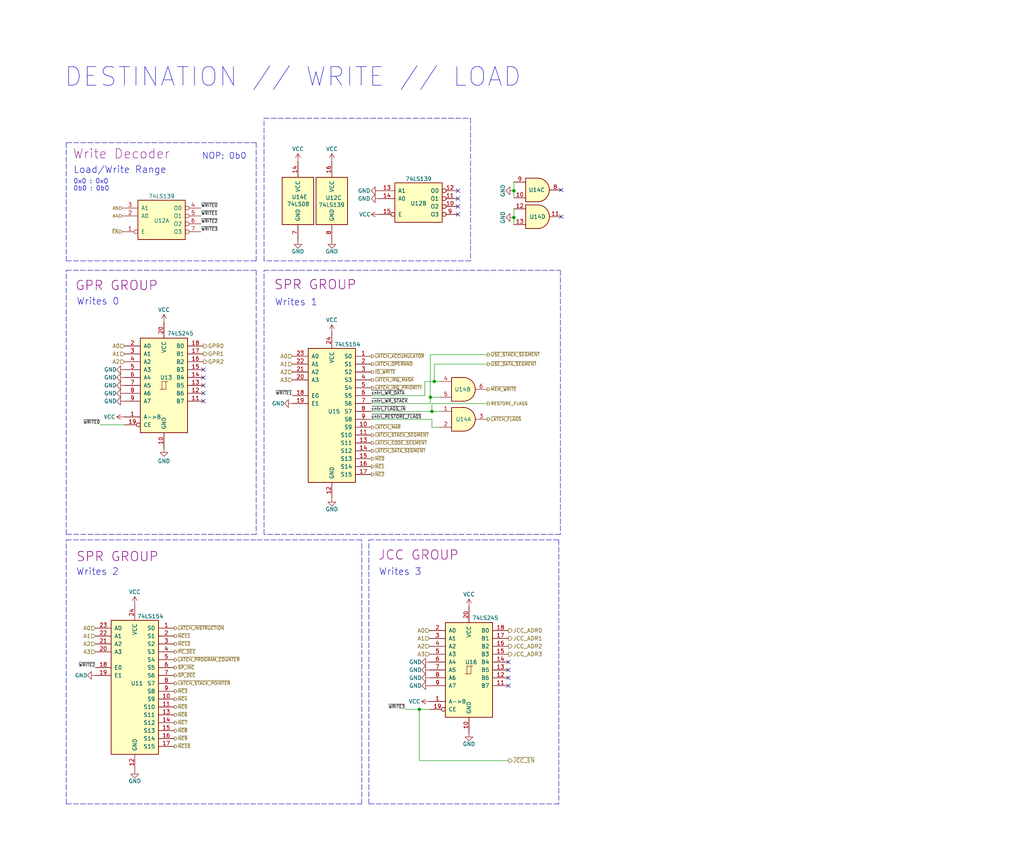
<source format=kicad_sch>
(kicad_sch (version 20211123) (generator eeschema)
  (paper "User" 329.997 279.4)
  (lib_symbols
    (symbol "74xx:74LS08" (pin_names (offset 1.016))
      (property "Reference" "U" (at 0 1.27 0))
      (property "Value" "74LS08" (at 0 -1.27 0))
      (symbol "74LS08_1_1"
        (arc (start 0 -3.81) (mid 3.81 0) (end 0 3.81) (stroke (width 0.254)) (fill (type background)))
        (polyline (pts (xy 0 3.81) (xy -3.81 3.81) (xy -3.81 -3.81) (xy 0 -3.81)) (stroke (width 0.254)) (fill (type background)))
        (pin input line (at -7.62 2.54 0) (length 3.81) (name "~") (number "1"))
        (pin input line (at -7.62 -2.54 0) (length 3.81) (name "~") (number "2"))
        (pin output line (at 7.62 0 180) (length 3.81) (name "~") (number "3"))
      )
      (symbol "74LS08_1_2"
        (arc (start -3.81 -3.81) (mid -2.589 0) (end -3.81 3.81) (stroke (width 0.254)))
        (arc (start -0.6096 -3.81) (mid 2.1855 -2.584) (end 3.81 0) (stroke (width 0.254)) (fill (type background)))
        (polyline (pts (xy -3.81 -3.81) (xy -0.635 -3.81)) (stroke (width 0.254)) (fill (type background)))
        (polyline (pts (xy -3.81 3.81) (xy -0.635 3.81)) (stroke (width 0.254)) (fill (type background)))
        (polyline (pts (xy -0.635 3.81) (xy -3.81 3.81) (xy -3.81 3.81) (xy -3.556 3.4036) (xy -3.0226 2.2606) (xy -2.6924 1.0414) (xy -2.6162 -0.254) (xy -2.7686 -1.4986) (xy -3.175 -2.7178) (xy -3.81 -3.81) (xy -3.81 -3.81) (xy -0.635 -3.81)) (stroke (width -25.4)) (fill (type background)))
        (arc (start 3.81 0) (mid 2.1928 2.5925) (end -0.6096 3.81) (stroke (width 0.254)) (fill (type background)))
        (pin input inverted (at -7.62 2.54 0) (length 4.318) (name "~") (number "1"))
        (pin input inverted (at -7.62 -2.54 0) (length 4.318) (name "~") (number "2"))
        (pin output inverted (at 7.62 0 180) (length 3.81) (name "~") (number "3"))
      )
      (symbol "74LS08_2_1"
        (arc (start 0 -3.81) (mid 3.81 0) (end 0 3.81) (stroke (width 0.254)) (fill (type background)))
        (polyline (pts (xy 0 3.81) (xy -3.81 3.81) (xy -3.81 -3.81) (xy 0 -3.81)) (stroke (width 0.254)) (fill (type background)))
        (pin input line (at -7.62 2.54 0) (length 3.81) (name "~") (number "4"))
        (pin input line (at -7.62 -2.54 0) (length 3.81) (name "~") (number "5"))
        (pin output line (at 7.62 0 180) (length 3.81) (name "~") (number "6"))
      )
      (symbol "74LS08_2_2"
        (arc (start -3.81 -3.81) (mid -2.589 0) (end -3.81 3.81) (stroke (width 0.254)))
        (arc (start -0.6096 -3.81) (mid 2.1855 -2.584) (end 3.81 0) (stroke (width 0.254)) (fill (type background)))
        (polyline (pts (xy -3.81 -3.81) (xy -0.635 -3.81)) (stroke (width 0.254)) (fill (type background)))
        (polyline (pts (xy -3.81 3.81) (xy -0.635 3.81)) (stroke (width 0.254)) (fill (type background)))
        (polyline (pts (xy -0.635 3.81) (xy -3.81 3.81) (xy -3.81 3.81) (xy -3.556 3.4036) (xy -3.0226 2.2606) (xy -2.6924 1.0414) (xy -2.6162 -0.254) (xy -2.7686 -1.4986) (xy -3.175 -2.7178) (xy -3.81 -3.81) (xy -3.81 -3.81) (xy -0.635 -3.81)) (stroke (width -25.4)) (fill (type background)))
        (arc (start 3.81 0) (mid 2.1928 2.5925) (end -0.6096 3.81) (stroke (width 0.254)) (fill (type background)))
        (pin input inverted (at -7.62 2.54 0) (length 4.318) (name "~") (number "4"))
        (pin input inverted (at -7.62 -2.54 0) (length 4.318) (name "~") (number "5"))
        (pin output inverted (at 7.62 0 180) (length 3.81) (name "~") (number "6"))
      )
      (symbol "74LS08_3_1"
        (arc (start 0 -3.81) (mid 3.81 0) (end 0 3.81) (stroke (width 0.254)) (fill (type background)))
        (polyline (pts (xy 0 3.81) (xy -3.81 3.81) (xy -3.81 -3.81) (xy 0 -3.81)) (stroke (width 0.254)) (fill (type background)))
        (pin input line (at -7.62 -2.54 0) (length 3.81) (name "~") (number "10"))
        (pin output line (at 7.62 0 180) (length 3.81) (name "~") (number "8"))
        (pin input line (at -7.62 2.54 0) (length 3.81) (name "~") (number "9"))
      )
      (symbol "74LS08_3_2"
        (arc (start -3.81 -3.81) (mid -2.589 0) (end -3.81 3.81) (stroke (width 0.254)))
        (arc (start -0.6096 -3.81) (mid 2.1855 -2.584) (end 3.81 0) (stroke (width 0.254)) (fill (type background)))
        (polyline (pts (xy -3.81 -3.81) (xy -0.635 -3.81)) (stroke (width 0.254)) (fill (type background)))
        (polyline (pts (xy -3.81 3.81) (xy -0.635 3.81)) (stroke (width 0.254)) (fill (type background)))
        (polyline (pts (xy -0.635 3.81) (xy -3.81 3.81) (xy -3.81 3.81) (xy -3.556 3.4036) (xy -3.0226 2.2606) (xy -2.6924 1.0414) (xy -2.6162 -0.254) (xy -2.7686 -1.4986) (xy -3.175 -2.7178) (xy -3.81 -3.81) (xy -3.81 -3.81) (xy -0.635 -3.81)) (stroke (width -25.4)) (fill (type background)))
        (arc (start 3.81 0) (mid 2.1928 2.5925) (end -0.6096 3.81) (stroke (width 0.254)) (fill (type background)))
        (pin input inverted (at -7.62 -2.54 0) (length 4.318) (name "~") (number "10"))
        (pin output inverted (at 7.62 0 180) (length 3.81) (name "~") (number "8"))
        (pin input inverted (at -7.62 2.54 0) (length 4.318) (name "~") (number "9"))
      )
      (symbol "74LS08_4_1"
        (arc (start 0 -3.81) (mid 3.81 0) (end 0 3.81) (stroke (width 0.254)) (fill (type background)))
        (polyline (pts (xy 0 3.81) (xy -3.81 3.81) (xy -3.81 -3.81) (xy 0 -3.81)) (stroke (width 0.254)) (fill (type background)))
        (pin output line (at 7.62 0 180) (length 3.81) (name "~") (number "11"))
        (pin input line (at -7.62 2.54 0) (length 3.81) (name "~") (number "12"))
        (pin input line (at -7.62 -2.54 0) (length 3.81) (name "~") (number "13"))
      )
      (symbol "74LS08_4_2"
        (arc (start -3.81 -3.81) (mid -2.589 0) (end -3.81 3.81) (stroke (width 0.254)))
        (arc (start -0.6096 -3.81) (mid 2.1855 -2.584) (end 3.81 0) (stroke (width 0.254)) (fill (type background)))
        (polyline (pts (xy -3.81 -3.81) (xy -0.635 -3.81)) (stroke (width 0.254)) (fill (type background)))
        (polyline (pts (xy -3.81 3.81) (xy -0.635 3.81)) (stroke (width 0.254)) (fill (type background)))
        (polyline (pts (xy -0.635 3.81) (xy -3.81 3.81) (xy -3.81 3.81) (xy -3.556 3.4036) (xy -3.0226 2.2606) (xy -2.6924 1.0414) (xy -2.6162 -0.254) (xy -2.7686 -1.4986) (xy -3.175 -2.7178) (xy -3.81 -3.81) (xy -3.81 -3.81) (xy -0.635 -3.81)) (stroke (width -25.4)) (fill (type background)))
        (arc (start 3.81 0) (mid 2.1928 2.5925) (end -0.6096 3.81) (stroke (width 0.254)) (fill (type background)))
        (pin output inverted (at 7.62 0 180) (length 3.81) (name "~") (number "11"))
        (pin input inverted (at -7.62 2.54 0) (length 4.318) (name "~") (number "12"))
        (pin input inverted (at -7.62 -2.54 0) (length 4.318) (name "~") (number "13"))
      )
      (symbol "74LS08_5_0"
        (pin power_in line (at 0 12.7 270) (length 5.08) (name "VCC") (number "14"))
        (pin power_in line (at 0 -12.7 90) (length 5.08) (name "GND") (number "7"))
      )
      (symbol "74LS08_5_1"
        (rectangle (start -5.08 7.62) (end 5.08 -7.62) (stroke (width 0.254)) (fill (type background)))
      )
    )
    (symbol "74xx:74LS139" (pin_names (offset 1.016))
      (property "Reference" "U" (at -7.62 8.89 0))
      (property "Value" "74LS139" (at -7.62 -8.89 0))
      (symbol "74LS139_1_0"
        (pin input inverted (at -12.7 -5.08 0) (length 5.08) (name "E") (number "1"))
        (pin input line (at -12.7 0 0) (length 5.08) (name "A0") (number "2"))
        (pin input line (at -12.7 2.54 0) (length 5.08) (name "A1") (number "3"))
        (pin output inverted (at 12.7 2.54 180) (length 5.08) (name "O0") (number "4"))
        (pin output inverted (at 12.7 0 180) (length 5.08) (name "O1") (number "5"))
        (pin output inverted (at 12.7 -2.54 180) (length 5.08) (name "O2") (number "6"))
        (pin output inverted (at 12.7 -5.08 180) (length 5.08) (name "O3") (number "7"))
      )
      (symbol "74LS139_1_1"
        (rectangle (start -7.62 5.08) (end 7.62 -7.62) (stroke (width 0.254)) (fill (type background)))
      )
      (symbol "74LS139_2_0"
        (pin output inverted (at 12.7 -2.54 180) (length 5.08) (name "O2") (number "10"))
        (pin output inverted (at 12.7 0 180) (length 5.08) (name "O1") (number "11"))
        (pin output inverted (at 12.7 2.54 180) (length 5.08) (name "O0") (number "12"))
        (pin input line (at -12.7 2.54 0) (length 5.08) (name "A1") (number "13"))
        (pin input line (at -12.7 0 0) (length 5.08) (name "A0") (number "14"))
        (pin input inverted (at -12.7 -5.08 0) (length 5.08) (name "E") (number "15"))
        (pin output inverted (at 12.7 -5.08 180) (length 5.08) (name "O3") (number "9"))
      )
      (symbol "74LS139_2_1"
        (rectangle (start -7.62 5.08) (end 7.62 -7.62) (stroke (width 0.254)) (fill (type background)))
      )
      (symbol "74LS139_3_0"
        (pin power_in line (at 0 12.7 270) (length 5.08) (name "VCC") (number "16"))
        (pin power_in line (at 0 -12.7 90) (length 5.08) (name "GND") (number "8"))
      )
      (symbol "74LS139_3_1"
        (rectangle (start -5.08 7.62) (end 5.08 -7.62) (stroke (width 0.254)) (fill (type background)))
      )
    )
    (symbol "74xx:74LS154" (pin_names (offset 1.016))
      (property "Reference" "U" (at -7.62 21.59 0))
      (property "Value" "74LS154" (at -7.62 -24.13 0))
      (symbol "74LS154_1_0"
        (pin output line (at 12.7 17.78 180) (length 5.08) (name "S0") (number "1"))
        (pin output line (at 12.7 -5.08 180) (length 5.08) (name "S9") (number "10"))
        (pin output line (at 12.7 -7.62 180) (length 5.08) (name "S10") (number "11"))
        (pin power_in line (at 0 -27.94 90) (length 5.08) (name "GND") (number "12"))
        (pin output line (at 12.7 -10.16 180) (length 5.08) (name "S11") (number "13"))
        (pin output line (at 12.7 -12.7 180) (length 5.08) (name "S12") (number "14"))
        (pin output line (at 12.7 -15.24 180) (length 5.08) (name "S13") (number "15"))
        (pin output line (at 12.7 -17.78 180) (length 5.08) (name "S14") (number "16"))
        (pin output line (at 12.7 -20.32 180) (length 5.08) (name "S15") (number "17"))
        (pin input line (at -12.7 5.08 0) (length 5.08) (name "E0") (number "18"))
        (pin input line (at -12.7 2.54 0) (length 5.08) (name "E1") (number "19"))
        (pin output line (at 12.7 15.24 180) (length 5.08) (name "S1") (number "2"))
        (pin input line (at -12.7 10.16 0) (length 5.08) (name "A3") (number "20"))
        (pin input line (at -12.7 12.7 0) (length 5.08) (name "A2") (number "21"))
        (pin input line (at -12.7 15.24 0) (length 5.08) (name "A1") (number "22"))
        (pin input line (at -12.7 17.78 0) (length 5.08) (name "A0") (number "23"))
        (pin power_in line (at 0 25.4 270) (length 5.08) (name "VCC") (number "24"))
        (pin output line (at 12.7 12.7 180) (length 5.08) (name "S2") (number "3"))
        (pin output line (at 12.7 10.16 180) (length 5.08) (name "S3") (number "4"))
        (pin output line (at 12.7 7.62 180) (length 5.08) (name "S4") (number "5"))
        (pin output line (at 12.7 5.08 180) (length 5.08) (name "S5") (number "6"))
        (pin output line (at 12.7 2.54 180) (length 5.08) (name "S6") (number "7"))
        (pin output line (at 12.7 0 180) (length 5.08) (name "S7") (number "8"))
        (pin output line (at 12.7 -2.54 180) (length 5.08) (name "S8") (number "9"))
      )
      (symbol "74LS154_1_1"
        (rectangle (start -7.62 20.32) (end 7.62 -22.86) (stroke (width 0.254)) (fill (type background)))
      )
    )
    (symbol "74xx:74LS245" (pin_names (offset 1.016))
      (property "Reference" "U" (at -7.62 16.51 0))
      (property "Value" "74LS245" (at -7.62 -16.51 0))
      (symbol "74LS245_1_0"
        (polyline (pts (xy -0.635 -1.27) (xy -0.635 1.27) (xy 0.635 1.27)))
        (polyline (pts (xy -1.27 -1.27) (xy 0.635 -1.27) (xy 0.635 1.27) (xy 1.27 1.27)))
        (pin input line (at -12.7 -10.16 0) (length 5.08) (name "A->B") (number "1"))
        (pin power_in line (at 0 -20.32 90) (length 5.08) (name "GND") (number "10"))
        (pin tri_state line (at 12.7 -5.08 180) (length 5.08) (name "B7") (number "11"))
        (pin tri_state line (at 12.7 -2.54 180) (length 5.08) (name "B6") (number "12"))
        (pin tri_state line (at 12.7 0 180) (length 5.08) (name "B5") (number "13"))
        (pin tri_state line (at 12.7 2.54 180) (length 5.08) (name "B4") (number "14"))
        (pin tri_state line (at 12.7 5.08 180) (length 5.08) (name "B3") (number "15"))
        (pin tri_state line (at 12.7 7.62 180) (length 5.08) (name "B2") (number "16"))
        (pin tri_state line (at 12.7 10.16 180) (length 5.08) (name "B1") (number "17"))
        (pin tri_state line (at 12.7 12.7 180) (length 5.08) (name "B0") (number "18"))
        (pin input inverted (at -12.7 -12.7 0) (length 5.08) (name "CE") (number "19"))
        (pin tri_state line (at -12.7 12.7 0) (length 5.08) (name "A0") (number "2"))
        (pin power_in line (at 0 20.32 270) (length 5.08) (name "VCC") (number "20"))
        (pin tri_state line (at -12.7 10.16 0) (length 5.08) (name "A1") (number "3"))
        (pin tri_state line (at -12.7 7.62 0) (length 5.08) (name "A2") (number "4"))
        (pin tri_state line (at -12.7 5.08 0) (length 5.08) (name "A3") (number "5"))
        (pin tri_state line (at -12.7 2.54 0) (length 5.08) (name "A4") (number "6"))
        (pin tri_state line (at -12.7 0 0) (length 5.08) (name "A5") (number "7"))
        (pin tri_state line (at -12.7 -2.54 0) (length 5.08) (name "A6") (number "8"))
        (pin tri_state line (at -12.7 -5.08 0) (length 5.08) (name "A7") (number "9"))
      )
      (symbol "74LS245_1_1"
        (rectangle (start -7.62 15.24) (end 7.62 -15.24) (stroke (width 0.254)) (fill (type background)))
      )
    )
    (symbol "power:GND" (power) (pin_names (offset 0))
      (property "Value" "GND" (at 0 -3.81 0))
      (symbol "GND_0_1"
        (polyline (pts (xy 0 0) (xy 0 -1.27) (xy 1.27 -1.27) (xy 0 -2.54) (xy -1.27 -1.27) (xy 0 -1.27)))
      )
      (symbol "GND_1_1"
        (pin power_in line (at 0 0 270) (length 0) hide (name "GND") (number "1"))
      )
    )
    (symbol "power:VCC" (power) (pin_names (offset 0))
      (property "Value" "VCC" (at 0 3.81 0))
      (symbol "VCC_0_1"
        (polyline (pts (xy -0.762 1.27) (xy 0 2.54)))
        (polyline (pts (xy 0 0) (xy 0 2.54)))
        (polyline (pts (xy 0 2.54) (xy 0.762 1.27)))
      )
      (symbol "VCC_1_1"
        (pin power_in line (at 0 0 90) (length 0) hide (name "VCC") (number "1"))
      )
    )
  )
  (junction (at 165.608 61.468))
  (junction (at 138.684 128.016))
  (junction (at 165.608 70.104))
  (junction (at 139.192 132.588))
  (junction (at 139.954 122.936))
  (junction (at 135.128 228.6))
  (no_connect (at 147.574 61.468))
  (no_connect (at 65.532 119.126))
  (no_connect (at 163.83 213.36))
  (no_connect (at 65.532 124.206))
  (no_connect (at 65.532 129.286))
  (no_connect (at 163.83 220.98))
  (no_connect (at 163.83 215.9))
  (no_connect (at 65.532 121.666))
  (no_connect (at 65.532 126.746))
  (no_connect (at 163.83 218.44))
  (no_connect (at 180.848 61.214))
  (no_connect (at 180.848 69.85))
  (no_connect (at 147.574 64.008))
  (no_connect (at 147.574 66.548))
  (no_connect (at 147.574 69.088))
  (wire (pts (xy 119.634 130.048) (xy 138.684 130.048)))
  (wire (pts (xy 139.192 130.048) (xy 139.192 132.588)))
  (polyline (pts (xy 82.55 45.974) (xy 82.55 84.074)))
  (polyline (pts (xy 118.872 259.08) (xy 118.872 173.99)))
  (polyline (pts (xy 21.336 172.212) (xy 21.336 87.122)))
  (wire (pts (xy 135.128 228.6) (xy 138.43 228.6)))
  (polyline (pts (xy 118.872 173.99) (xy 180.086 173.99)))
  (polyline (pts (xy 82.55 172.212) (xy 21.336 172.212)))
  (wire (pts (xy 136.906 127.508) (xy 119.634 127.508)))
  (polyline (pts (xy 167.894 87.122) (xy 180.594 87.122)))
  (wire (pts (xy 138.684 128.016) (xy 141.732 128.016)))
  (wire (pts (xy 119.634 135.128) (xy 139.192 135.128)))
  (polyline (pts (xy 82.55 45.974) (xy 21.336 45.974)))
  (polyline (pts (xy 87.376 38.1) (xy 151.638 38.1)))
  (wire (pts (xy 135.128 245.11) (xy 135.128 228.6)))
  (polyline (pts (xy 85.09 172.212) (xy 85.09 87.122)))
  (polyline (pts (xy 85.09 84.074) (xy 85.09 38.1)))
  (polyline (pts (xy 116.586 259.08) (xy 116.586 173.99)))
  (polyline (pts (xy 151.638 38.1) (xy 151.638 84.074)))
  (polyline (pts (xy 151.638 84.074) (xy 85.09 84.074)))
  (wire (pts (xy 139.954 122.936) (xy 139.954 117.348)))
  (polyline (pts (xy 167.894 172.212) (xy 85.09 172.212)))
  (wire (pts (xy 130.556 228.6) (xy 135.128 228.6)))
  (wire (pts (xy 136.906 122.936) (xy 136.906 127.508)))
  (wire (pts (xy 141.732 122.936) (xy 139.954 122.936)))
  (wire (pts (xy 165.608 61.468) (xy 165.608 63.754)))
  (wire (pts (xy 156.972 130.048) (xy 139.192 130.048)))
  (polyline (pts (xy 180.594 172.212) (xy 167.894 172.212)))
  (wire (pts (xy 139.192 132.588) (xy 141.732 132.588)))
  (wire (pts (xy 139.954 117.348) (xy 156.972 117.348)))
  (wire (pts (xy 165.608 58.674) (xy 165.608 61.468)))
  (polyline (pts (xy 180.594 87.122) (xy 180.594 172.212)))
  (wire (pts (xy 139.192 135.128) (xy 139.192 137.668)))
  (polyline (pts (xy 82.804 173.99) (xy 116.586 173.99)))
  (polyline (pts (xy 21.336 87.122) (xy 82.55 87.122)))
  (polyline (pts (xy 21.336 259.08) (xy 21.336 173.99)))
  (wire (pts (xy 165.608 70.104) (xy 165.608 72.39)))
  (polyline (pts (xy 21.336 173.99) (xy 82.55 173.99)))
  (wire (pts (xy 156.972 114.3) (xy 138.684 114.3)))
  (wire (pts (xy 32.258 136.906) (xy 40.132 136.906)))
  (polyline (pts (xy 21.336 45.974) (xy 21.336 84.074)))
  (polyline (pts (xy 180.086 173.99) (xy 180.086 259.08)))
  (polyline (pts (xy 180.086 259.08) (xy 118.872 259.08)))
  (polyline (pts (xy 82.55 87.122) (xy 82.55 172.212)))
  (wire (pts (xy 138.684 128.016) (xy 138.684 130.048)))
  (wire (pts (xy 139.192 137.668) (xy 141.732 137.668)))
  (wire (pts (xy 119.634 132.588) (xy 139.192 132.588)))
  (wire (pts (xy 138.684 114.3) (xy 138.684 128.016)))
  (wire (pts (xy 163.83 245.11) (xy 135.128 245.11)))
  (polyline (pts (xy 85.09 38.1) (xy 87.63 38.1)))
  (polyline (pts (xy 21.336 84.074) (xy 82.55 84.074)))
  (polyline (pts (xy 85.09 87.122) (xy 167.894 87.122)))
  (wire (pts (xy 165.608 67.31) (xy 165.608 70.104)))
  (polyline (pts (xy 21.336 259.08) (xy 116.586 259.08)))
  (wire (pts (xy 136.906 122.936) (xy 139.954 122.936)))
  (text "Writes 3" (at 135.89 185.674 180) (effects (font (size 2.2 2.2)) (justify right bottom)))
  (text "Writes 0" (at 24.638 98.552 0) (effects (font (size 2.2 2.2)) (justify left bottom)))
  (text "0x0 : 0x0" (at 23.622 59.436 0) (effects (font (size 1.5 1.5)) (justify left bottom)))
  (text "Writes 1" (at 102.362 98.806 180) (effects (font (size 2.2 2.2)) (justify right bottom)))
  (text "0b0 : 0b0" (at 23.622 61.722 0) (effects (font (size 1.5 1.5)) (justify left bottom)))
  (text "Load/Write Range" (at 23.622 56.134 0) (effects (font (size 2.2 2.2)) (justify left bottom)))
  (text "Writes 2" (at 38.354 185.674 180) (effects (font (size 2.2 2.2)) (justify right bottom)))
  (text "NOP: 0b0" (at 79.502 51.562 180) (effects (font (size 2 2)) (justify right bottom)))
  (text "DESTINATION // WRITE // LOAD" (at 20.574 28.448 0) (effects (font (size 6 6)) (justify left bottom)))
  (label "~{cntrl_RESTORE_FLAGS}" (at 119.634 135.128 0) (effects (font (size 1 1))))
  (label "~{WRITE3}" (at 130.556 228.6 180) (effects (font (size 1 1))))
  (label "~{WRITE1}" (at 94.234 127.508 180) (effects (font (size 1 1))))
  (label "~{cntrl_WR_STACK}" (at 119.634 130.048 0) (effects (font (size 1 1))))
  (label "~{WRITE2}" (at 64.77 72.136 0) (effects (font (size 1 1))))
  (label "~{WRITE0}" (at 32.258 136.906 180) (effects (font (size 1 1))))
  (label "~{WRITE3}" (at 64.77 74.676 0) (effects (font (size 1 1))))
  (label "~{cntrl_WR_DATA}" (at 119.634 127.508 0) (effects (font (size 1 1))))
  (label "~{WRITE2}" (at 30.734 215.138 180) (effects (font (size 1 1))))
  (label "~{WRITE0}" (at 64.77 67.056 0) (effects (font (size 1 1))))
  (label "~{WRITE1}" (at 64.77 69.596 0) (effects (font (size 1 1))))
  (label "~{cntrl_FLAGS_IN}" (at 119.634 132.588 0) (effects (font (size 1 1))))
  (hierarchical_label "~{EN}" (shape input) (at 39.37 74.676 180) (effects (font (size 1 1))))
  (hierarchical_label "~{NC3}" (shape output) (at 56.134 222.758 0) (effects (font (size 1 1))))
  (hierarchical_label "JCC_ADR1" (shape output) (at 163.83 205.74 0))
  (hierarchical_label "A0" (shape input) (at 30.734 202.438 180))
  (hierarchical_label "A1" (shape input) (at 94.234 117.348 180))
  (hierarchical_label "A1" (shape input) (at 40.132 114.046 180))
  (hierarchical_label "~{LATCH_OPERAND}" (shape output) (at 119.634 117.348 0) (effects (font (size 1 1))))
  (hierarchical_label "~{MEM_WRITE}" (shape output) (at 156.972 125.476 0) (effects (font (size 1 1))))
  (hierarchical_label "~{USE_STACK_SEGMENT}" (shape output) (at 156.972 114.3 0) (effects (font (size 1 1))))
  (hierarchical_label "~{LATCH_ACCUMULATOR}" (shape output) (at 119.634 114.808 0) (effects (font (size 1 1))))
  (hierarchical_label "~{LATCH_STACK_POINTER}" (shape output) (at 56.134 220.218 0) (effects (font (size 1 1))))
  (hierarchical_label "~{LATCH_CODE_SEGMENT}" (shape output) (at 119.634 142.748 0) (effects (font (size 1 1))))
  (hierarchical_label "A2" (shape input) (at 138.43 208.28 180))
  (hierarchical_label "~{NC12}" (shape output) (at 56.134 207.518 0) (effects (font (size 1 1))))
  (hierarchical_label "A1" (shape input) (at 30.734 204.978 180))
  (hierarchical_label "~{NC9}" (shape output) (at 56.134 237.998 0) (effects (font (size 1 1))))
  (hierarchical_label "A0" (shape input) (at 94.234 114.808 180))
  (hierarchical_label "GPR1" (shape output) (at 65.532 114.046 0))
  (hierarchical_label "~{LATCH_DATA_SEGMENT}" (shape output) (at 119.634 145.288 0) (effects (font (size 1 1))))
  (hierarchical_label "~{LATCH_PROGRAM_COUNTER}" (shape output) (at 56.134 212.598 0) (effects (font (size 1 1))))
  (hierarchical_label "A5" (shape input) (at 39.37 67.056 180) (effects (font (size 1 1))))
  (hierarchical_label "A2" (shape input) (at 30.734 207.518 180))
  (hierarchical_label "JCC_ADR3" (shape output) (at 163.83 210.82 0))
  (hierarchical_label "~{NC6}" (shape output) (at 56.134 230.378 0) (effects (font (size 1 1))))
  (hierarchical_label "GPR2" (shape output) (at 65.532 116.586 0))
  (hierarchical_label "~{NC11}" (shape output) (at 56.134 204.978 0) (effects (font (size 1 1))))
  (hierarchical_label "~{SP_INC}" (shape output) (at 56.134 215.138 0) (effects (font (size 1 1))))
  (hierarchical_label "GPR0" (shape output) (at 65.532 111.506 0))
  (hierarchical_label "A3" (shape input) (at 138.43 210.82 180))
  (hierarchical_label "~{LATCH_IRQ_PRIORITY}" (shape output) (at 119.634 124.968 0) (effects (font (size 1 1))))
  (hierarchical_label "A2" (shape input) (at 94.234 119.888 180))
  (hierarchical_label "~{NC2}" (shape output) (at 119.634 152.908 0) (effects (font (size 1 1))))
  (hierarchical_label "A3" (shape input) (at 30.734 210.058 180))
  (hierarchical_label "A1" (shape input) (at 138.43 205.74 180))
  (hierarchical_label "~{NC5}" (shape output) (at 56.134 227.838 0) (effects (font (size 1 1))))
  (hierarchical_label "RESTORE_FLAGS" (shape output) (at 156.972 130.048 0) (effects (font (size 1 1))))
  (hierarchical_label "~{NC10}" (shape output) (at 56.134 240.538 0) (effects (font (size 1 1))))
  (hierarchical_label "~{NC8}" (shape output) (at 56.134 235.458 0) (effects (font (size 1 1))))
  (hierarchical_label "~{NC1}" (shape output) (at 119.634 150.368 0) (effects (font (size 1 1))))
  (hierarchical_label "~{PC_DEC}" (shape output) (at 56.134 210.058 0) (effects (font (size 1 1))))
  (hierarchical_label "A0" (shape input) (at 40.132 111.506 180))
  (hierarchical_label "~{LATCH_STACK_SEGMENT}" (shape output) (at 119.634 140.208 0) (effects (font (size 1 1))))
  (hierarchical_label "~{LATCH_MAR}" (shape output) (at 119.634 137.668 0) (effects (font (size 1 1))))
  (hierarchical_label "A2" (shape input) (at 40.132 116.586 180))
  (hierarchical_label "~{IO_WRITE}" (shape output) (at 119.634 119.888 0) (effects (font (size 1 1))))
  (hierarchical_label "JCC_ADR2" (shape output) (at 163.83 208.28 0))
  (hierarchical_label "~{NC0}" (shape output) (at 119.634 147.828 0) (effects (font (size 1 1))))
  (hierarchical_label "~{USE_DATA_SEGMENT}" (shape output) (at 156.972 117.348 0) (effects (font (size 1 1))))
  (hierarchical_label "~{LATCH_FLAGS}" (shape output) (at 156.972 135.128 0) (effects (font (size 1 1))))
  (hierarchical_label "~{NC7}" (shape output) (at 56.134 232.918 0) (effects (font (size 1 1))))
  (hierarchical_label "JCC_ADR0" (shape output) (at 163.83 203.2 0))
  (hierarchical_label "~{LATCH_IRQ_MASK}" (shape output) (at 119.634 122.428 0) (effects (font (size 1 1))))
  (hierarchical_label "A4" (shape input) (at 39.37 69.596 180) (effects (font (size 1 1))))
  (hierarchical_label "~{SP_DEC}" (shape output) (at 56.134 217.678 0) (effects (font (size 1 1))))
  (hierarchical_label "~{NC4}" (shape output) (at 56.134 225.298 0) (effects (font (size 1 1))))
  (hierarchical_label "~{JCC_EN}" (shape output) (at 163.83 245.11 0))
  (hierarchical_label "~{LATCH_INSTRUCTION}" (shape output) (at 56.134 202.438 0) (effects (font (size 1 1))))
  (hierarchical_label "A3" (shape input) (at 94.234 122.428 180))
  (hierarchical_label "A0" (shape input) (at 138.43 203.2 180))
  (symbol (lib_id "power:GND") (at 106.934 77.47 0) (unit 1)
    (property "Reference" "#PWR072" (effects hide))
    (property "Value" "GND" (at 106.934 81.026 0))
  )
  (symbol (lib_id "power:GND") (at 138.43 218.44 270) (unit 1)
    (property "Reference" "#PWR080" (effects hide))
    (property "Value" "GND" (at 133.858 218.44 90))
  )
  (symbol (lib_id "power:GND") (at 40.132 124.206 270) (unit 1)
    (property "Reference" "#PWR060" (effects hide))
    (property "Value" "GND" (at 35.56 124.206 90))
  )
  (symbol (lib_id "power:VCC") (at 122.174 69.088 90) (unit 1)
    (property "Reference" "#PWR077" (effects hide))
    (property "Value" "VCC" (at 117.602 69.088 90))
  )
  (symbol (lib_id "power:GND") (at 106.934 160.528 0) (unit 1)
    (property "Reference" "#PWR074" (effects hide))
    (property "Value" "GND" (at 106.934 164.084 0))
  )
  (symbol (lib_id "power:GND") (at 30.734 217.678 270) (unit 1)
    (property "Reference" "#PWR057" (effects hide))
    (property "Value" "GND" (at 26.162 217.678 90))
  )
  (symbol (lib_id "74xx:74LS08") (at 96.012 64.77 0) (unit 5)
    (property "Reference" "U14" (at 93.98 63.5 0) (effects (justify left)))
    (property "Value" "74LS08" (at 92.456 65.786 0) (effects (justify left)))
    (property "Footprint" "Package_SO:SOIC-14_3.9x8.7mm_P1.27mm" (effects hide))
    (property "Datasheet" "http://www.ti.com/lit/gpn/sn74LS08" (effects hide))
  )
  (symbol (lib_id "power:GND") (at 138.43 220.98 270) (unit 1)
    (property "Reference" "#PWR081" (effects hide))
    (property "Value" "GND" (at 133.858 220.98 90))
  )
  (symbol (lib_id "74xx:74LS139") (at 134.874 64.008 0) (unit 2)
    (property "Reference" "U12" (at 134.874 65.532 0))
    (property "Value" "74LS139" (at 134.874 57.658 0))
    (property "Footprint" "Package_SO:TSSOP-16_4.4x5mm_P0.65mm" (effects hide))
    (property "Datasheet" "http://www.ti.com/lit/ds/symlink/sn74ls139a.pdf" (effects hide))
    (property "Field4" "Logic Gate Power" (effects hide))
  )
  (symbol (lib_id "power:VCC") (at 40.132 134.366 90) (unit 1)
    (property "Reference" "#PWR063" (effects hide))
    (property "Value" "VCC" (at 35.306 134.366 90))
  )
  (symbol (lib_id "power:VCC") (at 138.43 226.06 90) (unit 1)
    (property "Reference" "#PWR082" (effects hide))
    (property "Value" "VCC" (at 133.604 226.06 90))
  )
  (symbol (lib_id "74xx:74LS154") (at 106.934 132.588 0) (unit 1)
    (property "Reference" "U15" (at 105.664 132.588 0) (effects (justify left)))
    (property "Value" "74LS154" (at 107.696 110.998 0) (effects (justify left)))
    (property "Footprint" "Package_SO:SOIC-24W_7.5x15.4mm_P1.27mm" (effects hide))
    (property "Datasheet" "http://www.ti.com/lit/gpn/sn74LS154" (effects hide))
    (property "Field4" "SPR GROUP" (at 101.6 91.694 0) (effects (font (size 3 3))))
  )
  (symbol (lib_id "power:GND") (at 138.43 215.9 270) (unit 1)
    (property "Reference" "#PWR079" (effects hide))
    (property "Value" "GND" (at 133.858 215.9 90))
  )
  (symbol (lib_id "power:GND") (at 151.13 236.22 0) (unit 1)
    (property "Reference" "#PWR084" (effects hide))
    (property "Value" "GND" (at 151.13 239.776 0))
  )
  (symbol (lib_id "power:VCC") (at 96.012 52.07 0) (unit 1)
    (property "Reference" "#PWR069" (effects hide))
    (property "Value" "VCC" (at 96.012 48.006 0))
  )
  (symbol (lib_id "power:VCC") (at 43.434 194.818 0) (unit 1)
    (property "Reference" "#PWR064" (effects hide))
    (property "Value" "VCC" (at 43.434 190.754 0))
  )
  (symbol (lib_id "power:VCC") (at 106.934 52.07 0) (unit 1)
    (property "Reference" "#PWR071" (effects hide))
    (property "Value" "VCC" (at 106.934 48.006 0))
  )
  (symbol (lib_id "74xx:74LS08") (at 173.228 69.85 0) (unit 4)
    (property "Reference" "U14" (at 173.228 69.85 0))
    (property "Value" "74LS08" (effects hide))
    (property "Footprint" "Package_SO:SOIC-14_3.9x8.7mm_P1.27mm" (effects hide))
    (property "Datasheet" "http://www.ti.com/lit/gpn/sn74LS08" (effects hide))
  )
  (symbol (lib_id "power:GND") (at 94.234 130.048 270) (unit 1)
    (property "Reference" "#PWR068" (effects hide))
    (property "Value" "GND" (at 89.662 130.048 90))
  )
  (symbol (lib_id "power:VCC") (at 151.13 195.58 0) (unit 1)
    (property "Reference" "#PWR083" (effects hide))
    (property "Value" "VCC" (at 151.13 191.516 0))
  )
  (symbol (lib_id "power:GND") (at 122.174 64.008 270) (unit 1)
    (property "Reference" "#PWR076" (effects hide))
    (property "Value" "GND" (at 117.348 64.008 90))
  )
  (symbol (lib_id "power:GND") (at 40.132 121.666 270) (unit 1)
    (property "Reference" "#PWR059" (effects hide))
    (property "Value" "GND" (at 35.56 121.666 90))
  )
  (symbol (lib_id "74xx:74LS154") (at 43.434 220.218 0) (unit 1)
    (property "Reference" "U11" (at 42.164 220.218 0) (effects (justify left)))
    (property "Value" "74LS154" (at 44.196 198.628 0) (effects (justify left)))
    (property "Footprint" "Package_SO:SOIC-24W_7.5x15.4mm_P1.27mm" (effects hide))
    (property "Datasheet" "http://www.ti.com/lit/gpn/sn74LS154" (effects hide))
    (property "Field4" "SPR GROUP" (at 37.846 179.324 0) (effects (font (size 3 3))))
  )
  (symbol (lib_id "74xx:74LS08") (at 149.352 125.476 0) (unit 2)
    (property "Reference" "U14" (at 149.098 125.476 0))
    (property "Value" "74LS08" (effects hide))
    (property "Footprint" "Package_SO:SOIC-14_3.9x8.7mm_P1.27mm" (effects hide))
    (property "Datasheet" "http://www.ti.com/lit/gpn/sn74LS08" (effects hide))
  )
  (symbol (lib_id "power:VCC") (at 106.934 107.188 0) (unit 1)
    (property "Reference" "#PWR073" (effects hide))
    (property "Value" "VCC" (at 106.934 103.124 0))
  )
  (symbol (lib_id "74xx:74LS08") (at 149.352 135.128 0) (unit 1)
    (property "Reference" "U14" (at 149.352 135.128 0))
    (property "Value" "74LS08" (effects hide))
    (property "Footprint" "Package_SO:SOIC-14_3.9x8.7mm_P1.27mm" (effects hide))
    (property "Datasheet" "http://www.ti.com/lit/gpn/sn74LS08" (effects hide))
  )
  (symbol (lib_id "power:GND") (at 96.012 77.47 0) (unit 1)
    (property "Reference" "#PWR070" (effects hide))
    (property "Value" "GND" (at 96.012 81.026 0))
  )
  (symbol (lib_id "power:GND") (at 165.608 61.468 270) (unit 1)
    (property "Reference" "#PWR085" (effects hide))
    (property "Value" "GND" (at 162.052 61.468 0))
  )
  (symbol (lib_id "power:GND") (at 40.132 126.746 270) (unit 1)
    (property "Reference" "#PWR061" (effects hide))
    (property "Value" "GND" (at 35.56 126.746 90))
  )
  (symbol (lib_id "power:GND") (at 40.132 129.286 270) (unit 1)
    (property "Reference" "#PWR062" (effects hide))
    (property "Value" "GND" (at 35.56 129.286 90))
  )
  (symbol (lib_id "74xx:74LS08") (at 173.228 61.214 0) (unit 3)
    (property "Reference" "U14" (at 172.974 61.214 0))
    (property "Value" "74LS08" (effects hide))
    (property "Footprint" "Package_SO:SOIC-14_3.9x8.7mm_P1.27mm" (effects hide))
    (property "Datasheet" "http://www.ti.com/lit/gpn/sn74LS08" (effects hide))
  )
  (symbol (lib_id "power:GND") (at 43.434 248.158 0) (unit 1)
    (property "Reference" "#PWR065" (effects hide))
    (property "Value" "GND" (at 43.434 251.714 0))
  )
  (symbol (lib_id "power:GND") (at 138.43 213.36 270) (unit 1)
    (property "Reference" "#PWR078" (effects hide))
    (property "Value" "GND" (at 133.858 213.36 90))
  )
  (symbol (lib_id "power:GND") (at 165.608 70.104 270) (unit 1)
    (property "Reference" "#PWR086" (effects hide))
    (property "Value" "GND" (at 162.052 70.104 0))
  )
  (symbol (lib_id "power:GND") (at 122.174 61.468 270) (unit 1)
    (property "Reference" "#PWR075" (effects hide))
    (property "Value" "GND" (at 117.348 61.468 90))
  )
  (symbol (lib_id "power:GND") (at 52.832 144.526 0) (unit 1)
    (property "Reference" "#PWR067" (effects hide))
    (property "Value" "GND" (at 52.832 148.59 0))
  )
  (symbol (lib_id "74xx:74LS139") (at 52.07 69.596 0) (unit 1)
    (property "Reference" "U12" (at 52.07 71.12 0))
    (property "Value" "74LS139" (at 52.07 63.246 0))
    (property "Footprint" "Package_SO:TSSOP-16_4.4x5mm_P0.65mm" (effects hide))
    (property "Datasheet" "http://www.ti.com/lit/ds/symlink/sn74ls139a.pdf" (effects hide))
    (property "Field4" "Write Decoder" (at 39.116 49.53 0) (effects (font (size 3 3))))
  )
  (symbol (lib_id "power:GND") (at 40.132 119.126 270) (unit 1)
    (property "Reference" "#PWR058" (effects hide))
    (property "Value" "GND" (at 35.56 119.126 90))
  )
  (symbol (lib_id "74xx:74LS245") (at 151.13 215.9 0) (unit 1)
    (property "Reference" "U16" (at 149.86 213.36 0) (effects (justify left)))
    (property "Value" "74LS245" (at 152.146 199.136 0) (effects (justify left)))
    (property "Footprint" "Package_SO:SOIC-20W_7.5x12.8mm_P1.27mm" (effects hide))
    (property "Datasheet" "http://www.ti.com/lit/gpn/sn74LS245" (effects hide))
    (property "Field4" "JCC GROUP" (at 134.874 178.816 0) (effects (font (size 3 3))))
  )
  (symbol (lib_id "power:VCC") (at 52.832 103.886 0) (unit 1)
    (property "Reference" "#PWR066" (effects hide))
    (property "Value" "VCC" (at 52.832 99.822 0))
  )
  (symbol (lib_id "74xx:74LS245") (at 52.832 124.206 0) (unit 1)
    (property "Reference" "U13" (at 51.562 121.666 0) (effects (justify left)))
    (property "Value" "74LS245" (at 53.848 107.442 0) (effects (justify left)))
    (property "Footprint" "Package_SO:SOIC-20W_7.5x12.8mm_P1.27mm" (effects hide))
    (property "Datasheet" "http://www.ti.com/lit/gpn/sn74LS245" (effects hide))
    (property "Field4" "Writes 0" (effects hide))
    (property "Field5" "GPR GROUP" (at 37.592 91.948 0) (effects (font (size 3 3))))
  )
  (symbol (lib_id "74xx:74LS139") (at 106.934 64.77 0) (unit 3)
    (property "Reference" "U12" (at 104.902 63.754 0) (effects (justify left)))
    (property "Value" "74LS139" (at 102.616 66.04 0) (effects (justify left)))
    (property "Footprint" "Package_SO:TSSOP-16_4.4x5mm_P0.65mm" (effects hide))
    (property "Datasheet" "http://www.ti.com/lit/ds/symlink/sn74ls139a.pdf" (effects hide))
  )
)
</source>
